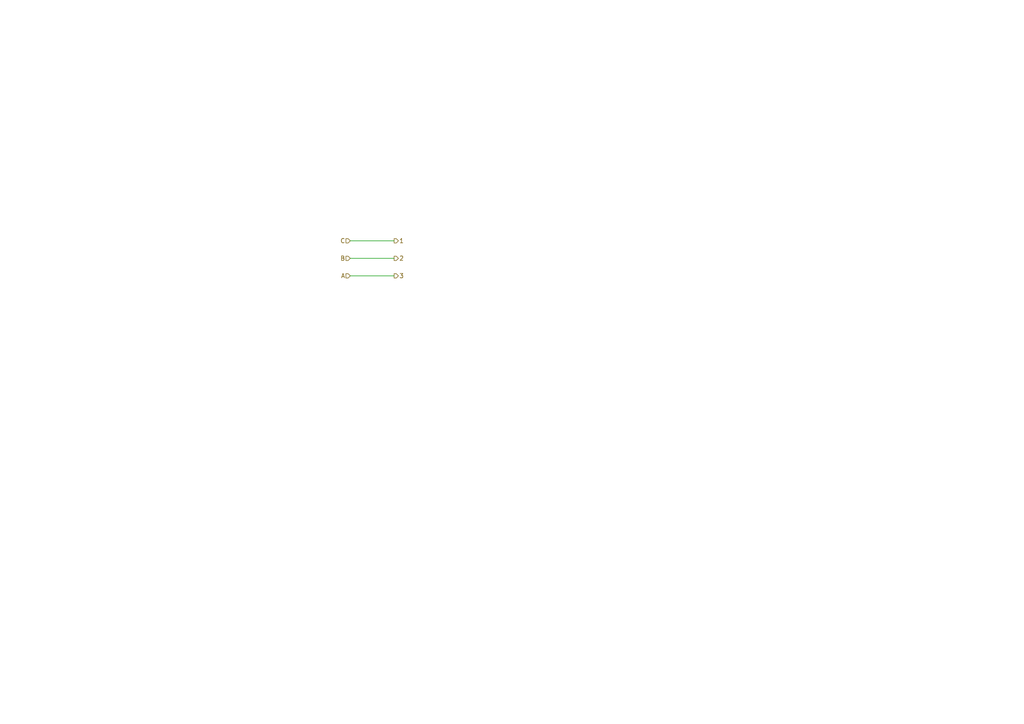
<source format=kicad_sch>
(kicad_sch
	(version 20250114)
	(generator "eeschema")
	(generator_version "9.0")
	(uuid "c4e76db4-f3a1-4c60-90f7-619b176429d4")
	(paper "A4")
	(lib_symbols)
	(wire
		(pts
			(xy 101.6 74.93) (xy 114.3 74.93)
		)
		(stroke
			(width 0)
			(type default)
		)
		(uuid "1830877c-d871-44a0-8e50-e750272885b8")
	)
	(wire
		(pts
			(xy 101.6 80.01) (xy 114.3 80.01)
		)
		(stroke
			(width 0)
			(type default)
		)
		(uuid "b33f2baf-a7bf-41b3-a8ad-987db91cd7c3")
	)
	(wire
		(pts
			(xy 101.6 69.85) (xy 114.3 69.85)
		)
		(stroke
			(width 0)
			(type default)
		)
		(uuid "f7aba6c5-2cc5-49a9-b617-c55dc74b3e9d")
	)
	(hierarchical_label "1"
		(shape output)
		(at 114.3 69.85 0)
		(fields_autoplaced yes)
		(effects
			(font
				(size 1.27 1.27)
			)
			(justify left)
		)
		(uuid "264c5789-cadf-44fa-83f0-f604eb09e600")
		(property "Netclass" "Digital"
			(at 114.3 71.12 0)
			(effects
				(font
					(size 1.27 1.27)
					(italic yes)
				)
				(justify left)
				(hide yes)
			)
		)
	)
	(hierarchical_label "3"
		(shape output)
		(at 114.3 80.01 0)
		(fields_autoplaced yes)
		(effects
			(font
				(size 1.27 1.27)
			)
			(justify left)
		)
		(uuid "264c5789-cadf-44fa-83f0-f604eb09e601")
		(property "Netclass" "Digital"
			(at 114.3 81.28 0)
			(effects
				(font
					(size 1.27 1.27)
					(italic yes)
				)
				(justify left)
				(hide yes)
			)
		)
	)
	(hierarchical_label "2"
		(shape output)
		(at 114.3 74.93 0)
		(fields_autoplaced yes)
		(effects
			(font
				(size 1.27 1.27)
			)
			(justify left)
		)
		(uuid "264c5789-cadf-44fa-83f0-f604eb09e602")
		(property "Netclass" "Digital"
			(at 114.3 76.2 0)
			(effects
				(font
					(size 1.27 1.27)
					(italic yes)
				)
				(justify left)
				(hide yes)
			)
		)
	)
	(hierarchical_label "B"
		(shape input)
		(at 101.6 74.93 180)
		(fields_autoplaced yes)
		(effects
			(font
				(size 1.27 1.27)
			)
			(justify right)
		)
		(uuid "279b6aa3-0e96-4b9e-aa82-2f056164fd51")
		(property "Netclass" "Digital"
			(at 101.6 76.2 0)
			(effects
				(font
					(size 1.27 1.27)
					(italic yes)
				)
				(justify right)
				(hide yes)
			)
		)
	)
	(hierarchical_label "A"
		(shape input)
		(at 101.6 80.01 180)
		(fields_autoplaced yes)
		(effects
			(font
				(size 1.27 1.27)
			)
			(justify right)
		)
		(uuid "279b6aa3-0e96-4b9e-aa82-2f056164fd52")
		(property "Netclass" "Digital"
			(at 101.6 81.28 0)
			(effects
				(font
					(size 1.27 1.27)
					(italic yes)
				)
				(justify right)
				(hide yes)
			)
		)
	)
	(hierarchical_label "C"
		(shape input)
		(at 101.6 69.85 180)
		(fields_autoplaced yes)
		(effects
			(font
				(size 1.27 1.27)
			)
			(justify right)
		)
		(uuid "279b6aa3-0e96-4b9e-aa82-2f056164fd53")
		(property "Netclass" "Digital"
			(at 101.6 71.12 0)
			(effects
				(font
					(size 1.27 1.27)
					(italic yes)
				)
				(justify right)
				(hide yes)
			)
		)
	)
)

</source>
